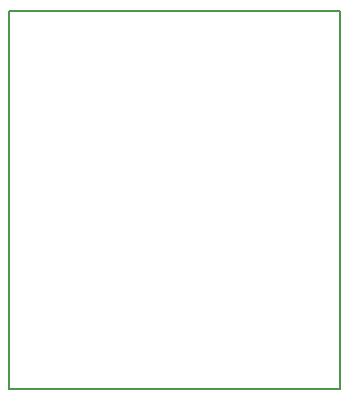
<source format=gbr>
G04 #@! TF.GenerationSoftware,KiCad,Pcbnew,5.0.2*
G04 #@! TF.CreationDate,2019-11-03T11:13:19+01:00*
G04 #@! TF.ProjectId,Tiny13-Nachtlicht,54696e79-3133-42d4-9e61-6368746c6963,rev?*
G04 #@! TF.SameCoordinates,Original*
G04 #@! TF.FileFunction,Profile,NP*
%FSLAX46Y46*%
G04 Gerber Fmt 4.6, Leading zero omitted, Abs format (unit mm)*
G04 Created by KiCad (PCBNEW 5.0.2) date Sun Nov  3 11:13:19 2019*
%MOMM*%
%LPD*%
G01*
G04 APERTURE LIST*
%ADD10C,0.150000*%
G04 APERTURE END LIST*
D10*
X123000000Y-87000000D02*
X123000000Y-119000000D01*
X151000000Y-87000000D02*
X123000000Y-87000000D01*
X151000000Y-119000000D02*
X151000000Y-87000000D01*
X123000000Y-119000000D02*
X151000000Y-119000000D01*
M02*

</source>
